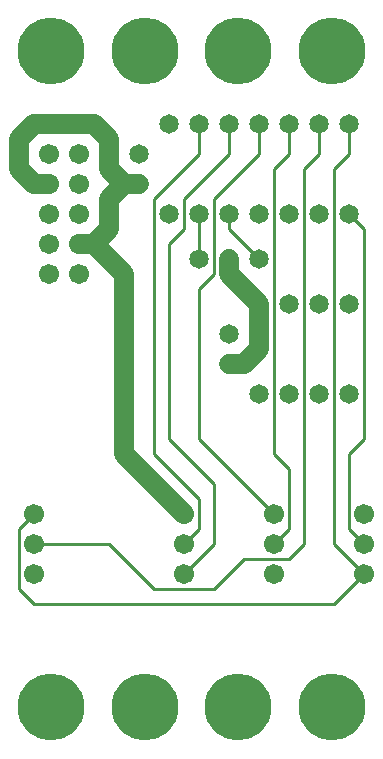
<source format=gtl>
%MOIN*%
%FSLAX25Y25*%
G04 D10 used for Character Trace; *
G04     Circle (OD=.01000) (No hole)*
G04 D11 used for Power Trace; *
G04     Circle (OD=.06500) (No hole)*
G04 D12 used for Signal Trace; *
G04     Circle (OD=.01100) (No hole)*
G04 D13 used for Via; *
G04     Circle (OD=.05800) (Round. Hole ID=.02800)*
G04 D14 used for Component hole; *
G04     Circle (OD=.06500) (Round. Hole ID=.03500)*
G04 D15 used for Component hole; *
G04     Circle (OD=.06700) (Round. Hole ID=.04300)*
G04 D16 used for Component hole; *
G04     Circle (OD=.08100) (Round. Hole ID=.05100)*
G04 D17 used for Component hole; *
G04     Circle (OD=.08900) (Round. Hole ID=.05900)*
G04 D18 used for Component hole; *
G04     Circle (OD=.11300) (Round. Hole ID=.08300)*
G04 D19 used for Component hole; *
G04     Circle (OD=.16000) (Round. Hole ID=.13000)*
G04 D20 used for Component hole; *
G04     Circle (OD=.18300) (Round. Hole ID=.15300)*
G04 D21 used for Component hole; *
G04     Circle (OD=.22291) (Round. Hole ID=.19291)*
%ADD10C,.01000*%
%ADD11C,.06500*%
%ADD12C,.01100*%
%ADD13C,.05800*%
%ADD14C,.06500*%
%ADD15C,.06700*%
%ADD16C,.08100*%
%ADD17C,.08900*%
%ADD18C,.11300*%
%ADD19C,.16000*%
%ADD20C,.18300*%
%ADD21C,.22291*%
%IPPOS*%
%LPD*%
G90*X0Y0D02*D21*X15625Y15625D03*X46875D03*D12*    
X10000Y50000D02*X110000D01*X120000Y60000D01*D15*  
D03*D12*X110000Y70000D01*Y195000D01*              
X115000Y200000D01*Y210000D01*D14*D03*D12*         
X100000Y195000D02*X105000Y200000D01*              
X100000Y70000D02*Y195000D01*X95000Y65000D02*      
X100000Y70000D01*X80000Y65000D02*X95000D01*       
X70000Y55000D02*X80000Y65000D01*X50000Y55000D02*  
X70000D01*X50000D02*X35000Y70000D01*X10000D01*D15*
D03*D12*X5000Y55000D02*Y75000D01*X10000Y50000D02* 
X5000Y55000D01*D15*X10000Y60000D03*D12*           
X5000Y75000D02*X10000Y80000D01*D15*D03*D11*       
X60000D02*X40000Y100000D01*D15*X60000Y80000D03*   
D12*Y70000D02*X65000Y75000D01*D15*X60000Y70000D03*
D12*X65000Y75000D02*Y85000D01*X50000Y100000D01*   
Y185000D01*X65000Y200000D01*Y210000D01*D14*D03*   
D12*X60000Y185000D02*X75000Y200000D01*            
X60000Y175000D02*Y185000D01*X55000Y170000D02*     
X60000Y175000D01*X55000Y105000D02*Y170000D01*     
X70000Y90000D02*X55000Y105000D01*X70000Y70000D02* 
Y90000D01*X60000Y60000D02*X70000Y70000D01*D15*    
X60000Y60000D03*X90000D03*Y70000D03*D12*          
X95000Y75000D01*Y95000D01*X90000Y100000D01*       
Y195000D01*X95000Y200000D01*Y210000D01*D14*D03*   
D12*X105000Y200000D02*Y210000D01*D14*D03*         
X85000D03*D12*Y200000D01*X70000Y185000D01*        
Y160000D01*X65000Y155000D01*Y105000D01*           
X90000Y80000D01*D15*D03*D12*X120000Y70000D02*     
X115000Y75000D01*D15*X120000Y70000D03*D12*        
X115000Y75000D02*Y100000D01*X120000Y105000D01*    
Y175000D01*X115000Y180000D01*D14*D03*X105000D03*  
X95000D03*X85000Y150000D03*D11*Y135000D01*        
X80000Y130000D01*X75000D01*D14*D03*               
X85000Y120000D03*X75000Y140000D03*                
X95000Y150000D03*Y120000D03*D11*X85000Y150000D02* 
X75000Y160000D01*Y165000D01*D14*D03*X85000D03*D12*
X75000Y175000D01*Y180000D01*D14*D03*X85000D03*    
X65000D03*D12*Y165000D01*D14*D03*X55000Y180000D03*
D11*X35000Y185000D02*X40000Y190000D01*            
X35000Y175000D02*Y185000D01*X30000Y170000D02*     
X35000Y175000D01*X40000Y160000D02*                
X30000Y170000D01*X40000Y100000D02*Y160000D01*D15* 
X25000D03*X15000D03*D14*X105000Y120000D03*        
Y150000D03*D11*X25000Y170000D02*X30000D01*D15*    
X25000D03*X15000Y180000D03*X25000D03*             
X15000Y170000D03*D14*X45000Y190000D03*D11*        
X40000D01*X35000Y195000D01*Y205000D01*            
X30000Y210000D01*X10000D01*X5000Y205000D01*       
Y195000D01*X10000Y190000D01*X15000D01*D15*D03*    
X25000Y200000D03*Y190000D03*X15000Y200000D03*D14* 
X45000D03*X55000Y210000D03*D21*X46875Y234375D03*  
X15625D03*D12*X75000Y200000D02*Y210000D01*D14*D03*
D21*X78125Y234375D03*X109375D03*D14*              
X115000Y150000D03*Y120000D03*D15*X120000Y80000D03*
D21*X78125Y15625D03*X109375D03*M02*               

</source>
